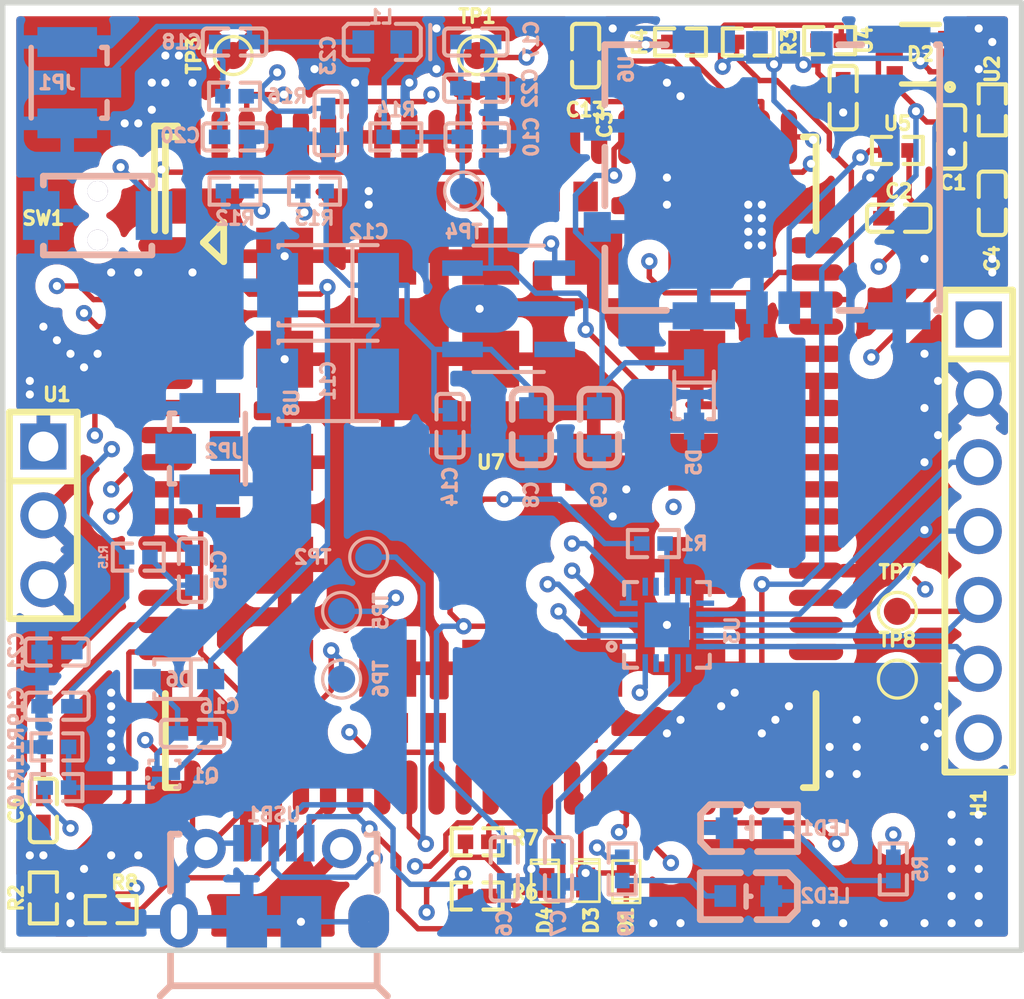
<source format=kicad_pcb>
(kicad_pcb (version 20241229) (generator "pcbnew") (generator_version "9.0")
  (layers (0 "F.Cu" signal) (4 "In1.Cu" signal) (6 "In2.Cu" signal) (2 "B.Cu" signal) (13 "F.Paste" user) (15 "B.Paste" user) (5 "F.SilkS" user "F.Silkscreen") (7 "B.SilkS" user "B.Silkscreen") (1 "F.Mask" user) (3 "B.Mask" user) (25 "Edge.Cuts" user))
  (net 0 "")
  (net 1 "SIM_RST")
  (net 2 "GND")
  (net 3 "VSIM")
  (net 4 "SIM_IO")
  (net 5 "SIM_CLK")
  (net 6 "PWRKEY")
  (net 7 "Net-(U7-VDD_EXT)")
  (net 8 "GPS_VDD")
  (net 9 "DVDD4V2")
  (net 10 "Net-(JP1-SIN)")
  (net 11 "Net-(JP2-SIN)")
  (net 12 "SIM_ANT")
  (net 13 "VDD_EXT")
  (net 14 "VCC3V3")
  (net 15 "GNSS_ANT")
  (net 16 "RST_EN")
  (net 17 "CLK_EN")
  (net 18 "DATA_EN")
  (net 19 "USB_VBUS")
  (net 20 "USB_DN")
  (net 21 "USB_DP")
  (net 22 "Net-(L1-Pad1)")
  (net 23 "Net-(LED1-A)")
  (net 24 "Net-(LED2-A)")
  (net 25 "Net-(Q1-B)")
  (net 26 "S_DP")
  (net 27 "S_DN")
  (net 28 "IO18")
  (net 29 "GPIO4")
  (net 30 "Net-(U3-OE)")
  (net 31 "GNSS_RXD")
  (net 32 "GNSS_TXD")
  (net 33 "GNSS_CTRL")
  (net 34 "S_TXD")
  (net 35 "S_RI")
  (net 36 "S_RXD")
  (net 37 "S_DTR")
  (net 38 "MDM_LOG_TX")
  (net 39 "IO10")
  (net 41 "IO9")
  (net 42 "IO11")
  (net 43 "IO3")
  (net 52 "Net-(C15-Pad1)")
  (net 53 "Net-(D6-A)")
  (net 54 "Net-(C18-Pad1)")
  (net 56 "Net-(U7-RESET)")
  (net 57 "Net-(U7-AUX_UART_RXD)")
  (net 58 "Net-(U7-AUX_UART_TXD)")
  (net 59 "Net-(U7-NETLIGHT)")
  (net 60 "Net-(U7-GPIO2)")
  (net 61 "Net-(U7-STATUS)")
  (net 62 "Net-(U8-CE)")
  (net 63 "Net-(U7-USB_BOOT)")
  (footprint "easyeda2kicad:R0402" (layer "F.Cu") (at 36.5 -31 -90)
    (property "Reference" "U2")
    (property "Value" "22R" (hide yes))
  )
  (footprint "easyeda2kicad:R0402" (layer "F.Cu") (at 27.5 -33.5 180)
    (property "Reference" "R3")
    (property "Value" "1K" (hide yes))
  )
  (footprint "easyeda2kicad:R0402" (layer "F.Cu") (at 1.5 -1.93 90)
    (property "Reference" "R2")
    (property "Value" "10R" (hide yes))
  )
  (footprint "easyeda2kicad:R0402" (layer "F.Cu") (at 25 -33.5 180)
    (property "Reference" "R4")
    (property "Value" "1K" (hide yes))
  )
  (footprint "TestPoint:TestPoint_Pad_D1.0mm" (layer "F.Cu") (at 17.5 -33)
    (property "Reference" "TP1")
    (property "Value" "TestPoint" (hide yes))
  )
  (footprint "easyeda2kicad:C0402" (layer "F.Cu") (at 31 -31.45 90)
    (property "Reference" "C3")
    (property "Value" "0.1uF/10V" (hide yes))
  )
  (footprint "easyeda2kicad:R0402" (layer "F.Cu") (at 33 -29.5)
    (property "Reference" "U5")
    (property "Value" "22R" (hide yes))
  )
  (footprint "easyeda2kicad:R0402" (layer "F.Cu") (at 4 -1.5 180)
    (property "Reference" "R8")
    (property "Value" "100R" (hide yes))
  )
  (footprint "easyeda2kicad:C0402" (layer "F.Cu") (at 1.5 -5.1557 90)
    (property "Reference" "C5")
    (property "Value" "2.2uF/25V" (hide yes))
  )
  (footprint "easyeda2kicad:LGA-124_L24.0-W24.0-P1.0-A7670C-LASS" (layer "F.Cu") (at 18 -18)
    (property "Reference" "U7")
    (property "Value" "~")
  )
  (footprint "easyeda2kicad:X1-DFN1006-2_L1.0-W0.6-RD" (layer "F.Cu") (at 20 -2.4811 -90)
    (property "Reference" "D4")
    (property "Value" "ULC0511CDN" (hide yes))
  )
  (footprint "easyeda2kicad:HDR-TH_3P-P2.54-V-M" (layer "F.Cu") (at 1.5 -16.04 -90)
    (property "Reference" "U1")
    (property "Value" "1L/3P" (hide yes))
  )
  (footprint "easyeda2kicad:R0402" (layer "F.Cu") (at 30.5 -33.55 180)
    (property "Reference" "U4")
    (property "Value" "22R" (hide yes))
  )
  (footprint "easyeda2kicad:R0402" (layer "F.Cu") (at 17.5 -2 180)
    (property "Reference" "R6")
    (property "Value" "10R" (hide yes))
  )
  (footprint "TestPoint:TestPoint_Pad_D1.0mm" (layer "F.Cu") (at 33 -10)
    (property "Reference" "TP8")
    (property "Value" "TestPoint" (hide yes))
  )
  (footprint "easyeda2kicad:C0402" (layer "F.Cu") (at 36.5 -27.55 90)
    (property "Reference" "C4")
    (property "Value" "0.1uF/10V" (hide yes))
  )
  (footprint "easyeda2kicad:R0402" (layer "F.Cu") (at 17.5 -4 180)
    (property "Reference" "R7")
    (property "Value" "10R" (hide yes))
  )
  (footprint "TestPoint:TestPoint_Pad_D1.0mm" (layer "F.Cu") (at 33 -12.5)
    (property "Reference" "TP7")
    (property "Value" "TestPoint" (hide yes))
  )
  (footprint "TestPoint:TestPoint_Pad_D1.0mm" (layer "F.Cu") (at 8.5 -33 90)
    (property "Reference" "TP3")
    (property "Value" "TestPoint" (hide yes))
  )
  (footprint "easyeda2kicad:HDR-TH_7P-P2.54-V-M" (layer "F.Cu") (at 36 -15.46 -90)
    (property "Reference" "H1")
    (property "Value" "1L/7P" (hide yes))
  )
  (footprint "easyeda2kicad:C0402" (layer "F.Cu") (at 35 -30 90)
    (property "Reference" "C1")
    (property "Value" "0.1uF/10V" (hide yes))
  )
  (footprint "easyeda2kicad:SC-70-6_L2.2-W1.3-P0.65-LS2.1-BR" (layer "F.Cu") (at 33.8514 -33.05)
    (property "Reference" "D2")
    (property "Value" "SMF05C.TCT" (hide yes))
  )
  (footprint "easyeda2kicad:C0402" (layer "F.Cu") (at 21.5 -33 90)
    (property "Reference" "C13")
    (property "Value" "0.1uF/10V" (hide yes))
  )
  (footprint "easyeda2kicad:X1-DFN1006-2_L1.0-W0.6-RD" (layer "F.Cu") (at 23 -2.5978 90)
    (property "Reference" "D1")
    (property "Value" "ULC0511CDN" (hide yes))
  )
  (footprint "easyeda2kicad:C0402" (layer "F.Cu") (at 33.05 -27)
    (property "Reference" "C2")
    (property "Value" "0.1uF/10V" (hide yes))
  )
  (footprint "easyeda2kicad:X1-DFN1006-2_L1.0-W0.6-RD" (layer "F.Cu") (at 21.5 -2.5 -90)
    (property "Reference" "D3")
    (property "Value" "ULC0511CDN" (hide yes))
  )
  (footprint "easyeda2kicad:QFN-20_L3.0-W3.0-P0.40-BL-EP1.7" (layer "B.Cu") (at 24.5 -12 90)
    (property "Reference" "U3")
    (property "Value" "RS0108YTQC20" (hide yes))
  )
  (footprint "easyeda2kicad:R0402" (layer "B.Cu") (at 22.85 -3 -90)
    (property "Reference" "R9")
    (property "Value" "390R" (hide yes))
  )
  (footprint "easyeda2kicad:R0402" (layer "B.Cu") (at 32.85 -3 90)
    (property "Reference" "R5")
    (property "Value" "390R" (hide yes))
  )
  (footprint "easyeda2kicad:C0402" (layer "B.Cu") (at 12 -30.5 90)
    (property "Reference" "C23")
    (property "Value" "0.1uF/10V" (hide yes))
  )
  (footprint "easyeda2kicad:C0402" (layer "B.Cu") (at 17.5 -30)
    (property "Reference" "C10")
    (property "Value" "0.1uF/10V" (hide yes))
  )
  (footprint "easyeda2kicad:R0402" (layer "B.Cu") (at 2 -6)
    (property "Reference" "R10")
    (property "Value" "4.7K" (hide yes))
  )
  (footprint "easyeda2kicad:C0402" (layer "B.Cu") (at 2 -11)
    (property "Reference" "C21")
    (property "Value" "0.1uF/10V" (hide yes))
  )
  (footprint "easyeda2kicad:C0402" (layer "B.Cu") (at 2 -9)
    (property "Reference" "C19")
    (property "Value" "0.1uF/10V" (hide yes))
  )
  (footprint "easyeda2kicad:DFN-3L_L0.8-W0.6-P0.35-BR" (layer "B.Cu") (at 6 -6.5 180)
    (property "Reference" "Q1")
    (property "Value" "MMBT3904FA-7B" (hide yes))
  )
  (footprint "easyeda2kicad:C0402" (layer "B.Cu") (at 7 -8)
    (property "Reference" "C16")
    (property "Value" "0.1uF/10V" (hide yes))
  )
  (footprint "easyeda2kicad:C0402" (layer "B.Cu") (at 17.45 -33.5)
    (property "Reference" "C17")
    (property "Value" "100nF/16V" (hide yes))
  )
  (footprint "easyeda2kicad:C0402" (layer "B.Cu") (at 17.4484 -31.7961 180)
    (property "Reference" "C22")
    (property "Value" "100nF/16V" (hide yes))
  )
  (footprint "easyeda2kicad:SOT-89-5_L4.5-W2.5-P1.50-LS4.5-BR" (layer "B.Cu") (at 18.66 -23.66)
    (property "Reference" "U8")
    (property "Value" "ME6217C33P5G" (hide yes))
  )
  (footprint "easyeda2kicad:CASE-B_3528" (layer "B.Cu") (at 12 -21 180)
    (property "Reference" "C11")
    (property "Value" "220uF/6.3V" (hide yes))
  )
  (footprint "easyeda2kicad:SIM-SMD_HANBO_SNO-1430" (layer "B.Cu") (at 27.5 -28.5 -90)
    (property "Reference" "U6")
    (property "Value" "SNO-1430")
  )
  (footprint "easyeda2kicad:R0402" (layer "B.Cu") (at 5 -14.5 180)
    (property "Reference" "R15")
    (property "Value" "0R" (hide yes))
  )
  (footprint "easyeda2kicad:C0402" (layer "B.Cu") (at 8.55 -30 180)
    (property "Reference" "C20")
    (property "Value" "0.1uF/10V" (hide yes))
  )
  (footprint "easyeda2kicad:CASE-B_3528" (layer "B.Cu") (at 12 -24.5284 180)
    (property "Reference" "C12")
    (property "Value" "220uF/6.3V" (hide yes))
  )
  (footprint "easyeda2kicad:ANT-SMD_UFL-R-SMT-1-10" (layer "B.Cu") (at 3 -32 180)
    (property "Reference" "JP1")
    (property "Value" "U.FL-R-SMT-1(10)" (hide yes))
  )
  (footprint "TestPoint:TestPoint_Pad_D1.0mm" (layer "B.Cu") (at 17 -28)
    (property "Reference" "TP4")
    (property "Value" "TestPoint" (hide yes))
  )
  (footprint "easyeda2kicad:R0402" (layer "B.Cu") (at 8.55 -31.5)
    (property "Reference" "R16")
    (property "Value" "0R" (hide yes))
  )
  (footprint "easyeda2kicad:C0402" (layer "B.Cu") (at 8.55 -33.5)
    (property "Reference" "C18")
    (property "Value" "100pF/50V" (hide yes))
  )
  (footprint "easyeda2kicad:SOD-323_L1.8-W1.3-LS2.5-RD" (layer "B.Cu") (at 6.5 -10 180)
    (property "Reference" "D6")
    (property "Value" "PESDHC3D3V3U" (hide yes))
  )
  (footprint "easyeda2kicad:C0402" (layer "B.Cu") (at 16.5 -19.35 90)
    (property "Reference" "C14")
    (property "Value" "100nF/16V" (hide yes))
  )
  (footprint "easyeda2kicad:R0402" (layer "B.Cu") (at 24 -15)
    (property "Reference" "R1")
    (property "Value" "10K" (hide yes))
  )
  (footprint "easyeda2kicad:C0402" (layer "B.Cu") (at 6.9978 -14.0169 90)
    (property "Reference" "C15")
    (property "Value" "100pF/50V" (hide yes))
  )
  (footprint "easyeda2kicad:LED0603-R-RD_RED" (layer "B.Cu") (at 27.55 -4.5)
    (property "Reference" "LED1")
    (property "Value" "RED" (hide yes))
  )
  (footprint "easyeda2kicad:C0603" (layer "B.Cu") (at 22 -19.3 90)
    (property "Reference" "C9")
    (property "Value" "0.1uF/100V" (hide yes))
  )
  (footprint "TestPoint:TestPoint_Pad_D1.0mm" (layer "B.Cu") (at 13.5 -14.5 180)
    (property "Reference" "TP2")
    (property "Value" "TestPoint" (hide yes))
  )
  (footprint "easyeda2kicad:SOD-323_L1.8-W1.3-LS2.5-RD" (layer "B.Cu") (at 25.5 -20.5 -90)
    (property "Reference" "D5")
    (property "Value" "PESDHC3D3V3U" (hide yes))
  )
  (footprint "easyeda2kicad:IND-SMD_L1.6-W0.8-RD" (layer "B.Cu") (at 14 -33.5 180)
    (property "Reference" "L1")
    (property "Value" "47nH/1.2GHz" (hide yes))
  )
  (footprint "easyeda2kicad:C0603" (layer "B.Cu") (at 19.5 -19.3 90)
    (property "Reference" "C8")
    (property "Value" "0.1uF/100V" (hide yes))
  )
  (footprint "easyeda2kicad:LED0603-R-RD_RED" (layer "B.Cu") (at 27.5 -2 180)
    (property "Reference" "LED2")
    (property "Value" "RED" (hide yes))
  )
  (footprint "easyeda2kicad:R0402" (layer "B.Cu") (at 11.5 -28 180)
    (property "Reference" "R13")
    (property "Value" "10K" (hide yes))
  )
  (footprint "easyeda2kicad:KEY-SMD_L4.0-W2.9-LS4.8" (layer "B.Cu") (at 3.5 -27.1)
    (property "Reference" "SW1")
    (property "Value" "TS-KG88C-ACT25F" (hide yes))
  )
  (footprint "TestPoint:TestPoint_Pad_D1.0mm" (layer "B.Cu") (at 12.5 -10 90)
    (property "Reference" "TP6")
    (property "Value" "TestPoint" (hide yes))
  )
  (footprint "easyeda2kicad:R0402" (layer "B.Cu") (at 2 -7.5)
    (property "Reference" "R11")
    (property "Value" "47K" (hide yes))
  )
  (footprint "easyeda2kicad:C0402" (layer "B.Cu") (at 20.5 -3 90)
    (property "Reference" "C7")
    (property "Value" "100nF/16V" (hide yes))
  )
  (footprint "easyeda2kicad:R0402" (layer "B.Cu") (at 8.57 -28)
    (property "Reference" "R12")
    (property "Value" "10K" (hide yes))
  )
  (footprint "easyeda2kicad:ANT-SMD_UFL-R-SMT-1-10" (layer "B.Cu") (at 7 -18.5)
    (property "Reference" "JP2")
    (property "Value" "U.FL-R-SMT-1(10)" (hide yes))
  )
  (footprint "easyeda2kicad:MICRO-USB-SMD_1050171001" (layer "B.Cu") (at 10 -2.5 180)
    (property "Reference" "USB1")
    (property "Value" "1050171001" (hide yes))
  )
  (footprint "easyeda2kicad:R0402" (layer "B.Cu") (at 14.5 -30 180)
    (property "Reference" "R14")
    (property "Value" "10R" (hide yes))
  )
  (footprint "TestPoint:TestPoint_Pad_D1.0mm" (layer "B.Cu") (at 12.5 -12.5 90)
    (property "Reference" "TP5")
    (property "Value" "TestPoint" (hide yes))
  )
  (footprint "easyeda2kicad:C0402" (layer "B.Cu") (at 18.5 -3 -90)
    (property "Reference" "C6")
    (property "Value" "100nF/16V" (hide yes))
  )
  (gr_rect (start 0 -34.949272) (end 37.57948 0) (stroke (width 0.2)) (fill no) (layer "Edge.Cuts"))
  (segment (start 33.6 -26.4283) (end 33.521 -26.4283) (width 0.2) (layer "F.Cu") (net 1))
  (segment (start 33.6 -27) (end 33.6 -26.4283) (width 0.2) (layer "F.Cu") (net 1))
  (segment (start 33.43 -27.7417) (end 33.43 -29.5) (width 0.2) (layer "F.Cu") (net 1))
  (segment (start 25 -6) (end 25 -4.6983) (width 0.2) (layer "F.Cu") (net 1))
  (segment (start 33.6 -27) (end 33.6 -27.5717) (width 0.2) (layer "F.Cu") (net 1))
  (segment (start 29.9785 -4.6983) (end 30.749 -3.9278) (width 0.2) (layer "F.Cu") (net 1))
  (segment (start 33.6 -27.5717) (end 33.43 -27.7417) (width 0.2) (layer "F.Cu") (net 1))
  (segment (start 33.521 -26.4283) (end 32.3091 -25.2164) (width 0.2) (layer "F.Cu") (net 1))
  (segment (start 25 -4.6983) (end 29.9785 -4.6983) (width 0.2) (layer "F.Cu") (net 1))
  (via (at 32.3091 -25.2164) (size 0.6) (drill 0.3) (layers "F.Cu" "B.Cu") (net 1))
  (via (at 30.749 -3.9278) (size 0.6) (drill 0.3) (layers "F.Cu" "B.Cu") (net 1))
  (segment (start 27 -6) (end 27 -6.7) (width 0.2) (layer "F.Cu") (net 2))
  (segment (start 22.6035 -32.3965) (end 24 -31) (width 0.2) (layer "F.Cu") (net 2))
  (segment (start 21.3215 -3.0285) (end 21.3215 -5.6785) (width 0.2) (layer "F.Cu") (net 2))
  (segment (start 21.5 -2.85) (end 22.9022 -2.85) (width 0.2) (layer "F.Cu") (net 2))
  (segment (start 7 -4.25) (end 7 -6) (width 0.2) (layer "F.Cu") (net 2))
  (segment (start 29 -6.7) (end 29 -6) (width 0.2) (layer "F.Cu") (net 2))
  (segment (start 27 -6.7) (end 27.8 -7.5) (width 0.2) (layer "F.Cu") (net 2))
  (segment (start 7.5 -3.75) (end 7 -4.25) (width 0.2) (layer "F.Cu") (net 2))
  (segment (start 20 -30) (end 20 -30.95) (width 0.2) (layer "F.Cu") (net 2))
  (segment (start 20 -30.95) (end 21.5 -32.45) (width 0.2) (layer "F.Cu") (net 2))
  (segment (start 36.05 -33.05) (end 36.5 -33.5) (width 0.2) (layer "F.Cu") (net 2))
  (segment (start 21.5535 -32.3965) (end 22.6035 -32.3965) (width 0.2) (layer "F.Cu") (net 2))
  (segment (start 21.3215 -5.6785) (end 21 -6) (width 0.2) (layer "F.Cu") (net 2))
  (segment (start 9 -5.25) (end 9 -6) (width 0.2) (layer "F.Cu") (net 2))
  (segment (start 21.5 -32.45) (end 21.5535 -32.3965) (width 0.2) (layer "F.Cu") (net 2))
  (segment (start 34.8014 -33.05) (end 36.05 -33.05) (width 0.2) (layer "F.Cu") (net 2))
  (segment (start 24 -31) (end 24 -30) (width 0.2) (layer "F.Cu") (net 2))
  (segment (start 27.8 -7.5) (end 28.2 -7.5) (width 0.2) (layer "F.Cu") (net 2))
  (segment (start 7.5 -3.75) (end 9 -5.25) (width 0.2) (layer "F.Cu") (net 2))
  (segment (start 21.5 -2.85) (end 21.3215 -3.0285) (width 0.2) (layer "F.Cu") (net 2))
  (segment (start 28.2 -7.5) (end 29 -6.7) (width 0.2) (layer "F.Cu") (net 2))
  (segment (start 22.9022 -2.85) (end 23 -2.9478) (width 0.2) (layer "F.Cu") (net 2))
  (via (at 34 -20) (size 0.6) (drill 0.3) (layers "F.Cu" "B.Cu") (net 2))
  (via (at 22.5 -34) (size 0.6) (drill 0.3) (layers "F.Cu" "B.Cu") (net 2))
  (via (at 1.5 -23) (size 0.6) (drill 0.3) (layers "F.Cu" "B.Cu") (net 2))
  (via (at 27.5 -27) (size 0.6) (drill 0.3) (layers "F.Cu" "B.Cu") (net 2))
  (via (at 24 -1) (size 0.6) (drill 0.3) (layers "F.Cu" "B.Cu") (net 2))
  (via (at 15 -32) (size 0.6) (drill 0.3) (layers "F.Cu" "B.Cu") (net 2))
  (via (at 36 -1) (size 0.6) (drill 0.3) (layers "F.Cu" "B.Cu") (net 2))
  (via (at 32.5 -1) (size 0.6) (drill 0.3) (layers "F.Cu" "B.Cu") (net 2))
  (via (at 16 -32.5) (size 0.6) (drill 0.3) (layers "F.Cu" "B.Cu") (net 2))
  (via (at 35 -2) (size 0.6) (drill 0.3) (layers "F.Cu" "B.Cu") (net 2))
  (via (at 6.5 -33) (size 0.6) (drill 0.3) (layers "F.Cu" "B.Cu") (net 2))
  (via (at 36.5 -33.5) (size 0.6) (drill 0.3) (layers "F.Cu" "B.Cu") (net 2))
  (via (at 36.5 -25.5) (size 0.6) (drill 0.3) (layers "F.Cu" "B.Cu") (net 2))
  (via (at 5.5 -31) (size 0.6) (drill 0.3) (layers "F.Cu" "B.Cu") (net 2))
  (via (at 36 -32.5) (size 0.6) (drill 0.3) (layers "F.Cu" "B.Cu") (net 2))
  (via (at 25 -8.5) (size 0.6) (drill 0.3) (layers "F.Cu" "B.Cu") (net 2))
  (via (at 30.5 -7.5) (size 0.6) (drill 0.3) (layers "F.Cu" "B.Cu") (net 2))
  (via (at 34 -22) (size 0.6) (drill 0.3) (layers "F.Cu" "B.Cu") (net 2))
  (via (at 4 -8) (size 0.6) (drill 0.3) (layers "F.Cu" "B.Cu") (net 2))
  (via (at 34 -1) (size 0.6) (drill 0.3) (layers "F.Cu" "B.Cu") (net 2))
  (via (at 4 -9.5) (size 0.6) (drill 0.3) (layers "F.Cu" "B.Cu") (net 2))
  (via (at 24.5 -27.5) (size 0.6) (drill 0.3) (layers "F.Cu" "B.Cu") (net 2))
  (via (at 11 -1.05) (size 0.6) (drill 0.3) (layers "F.Cu" "B.Cu") (net 2))
  (via (at 35 -5) (size 0.6) (drill 0.3) (layers "F.Cu" "B.Cu") (net 2))
  (via (at 31.5 -8.5) (size 0.6) (drill 0.3) (layers "F.Cu" "B.Cu") (net 2))
  (via (at 5 -30.5) (size 0.6) (drill 0.3) (layers "F.Cu" "B.Cu") (net 2))
  (via (at 4 -7.5) (size 0.6) (drill 0.3) (layers "F.Cu" "B.Cu") (net 2))
  (via (at 24.5 -32) (size 0.6) (drill 0.3) (layers "F.Cu" "B.Cu") (net 2))
  (via (at 2 -22.5) (size 0.6) (drill 0.3) (layers "F.Cu" "B.Cu") (net 2))
  (via (at 4 -9) (size 0.6) (drill 0.3) (layers "F.Cu" "B.Cu") (net 2))
  (via (at 28.5 -8.5) (size 0.6) (drill 0.3) (layers "F.Cu" "B.Cu") (net 2))
  (via (at 5 -25) (size 0.6) (drill 0.3) (layers "F.Cu" "B.Cu") (net 2))
  (via (at 3 -21.5) (size 0.6) (drill 0.3) (layers "F.Cu" "B.Cu") (net 2))
  (via (at 7 -32) (size 0.6) (drill 0.3) (layers "F.Cu" "B.Cu") (net 2))
  (via (at 36 -2) (size 0.6) (drill 0.3) (layers "F.Cu" "B.Cu") (net 2))
  (via (at 28 -27) (size 0.6) (drill 0.3) (layers "F.Cu" "B.Cu") (net 2))
  (via (at 28 -8) (size 0.6) (drill 0.3) (layers "F.Cu" "B.Cu") (net 2))
  (via (at 3.5 -22) (size 0.6) (drill 0.3) (layers "F.Cu" "B.Cu") (net 2))
  (via (at 3 -3) (size 0.6) (drill 0.3) (layers "F.Cu" "B.Cu") (net 2))
  (via (at 7 -25) (size 0.6) (drill 0.3) (layers "F.Cu" "B.Cu") (net 2))
  (via (at 1 -21) (size 0.6) (drill 0.3) (layers "F.Cu" "B.Cu") (net 2))
  (via (at 25 -31.5) (size 0.6) (drill 0.3) (layers "F.Cu" "B.Cu") (net 2))
  (via (at 17.59 -23.66) (size 0.6) (drill 0.3) (layers "F.Cu" "B.Cu") (net 2))
  (via (at 28 -26) (size 0.6) (drill 0.3) (layers "F.Cu" "B.Cu") (net 2))
  (via (at 27.5 -26) (size 0.6) (drill 0.3) (layers "F.Cu" "B.Cu") (net 2))
  (via (at 2.5 -2) (size 0.6) (drill 0.3) (layers "F.Cu" "B.Cu") (net 2))
  (via (at 31 -30.9) (size 0.6) (drill 0.3) (layers "F.Cu" "B.Cu") (net 2))
  (via (at 34 -7.5) (size 0.6) (drill 0.3) (layers "F.Cu" "B.Cu") (net 2))
  (via (at 28 -26.5) (size 0.6) (drill 0.3) (layers "F.Cu" "B.Cu") (net 2))
  (via (at 34.5 -8) (size 0.6) (drill 0.3) (layers "F.Cu" "B.Cu") (net 2))
  (via (at 34.5 -19) (size 0.6) (drill 0.3) (layers "F.Cu" "B.Cu") (net 2))
  (via (at 31 -1) (size 0.6) (drill 0.3) (layers "F.Cu" "B.Cu") (net 2))
  (via (at 35 -3) (size 0.6) (drill 0.3) (layers "F.Cu" "B.Cu") (net 2))
  (via (at 29 -9) (size 0.6) (drill 0.3) (layers "F.Cu" "B.Cu") (net 2))
  (via (at 32 -28.5) (size 0.6) (drill 0.3) (layers "F.Cu" "B.Cu") (net 2))
  (via (at 4 -8.5) (size 0.6) (drill 0.3) (layers "F.Cu" "B.Cu") (net 2))
  (via (at 24.5 -12) (size 0.6) (drill 0.3) (layers "F.Cu" "B.Cu") (net 2))
  (via (at 36 -34) (size 0.6) (drill 0.3) (layers "F.Cu" "B.Cu") (net 2))
  (via (at 6 -33) (size 0.6) (drill 0.3) (layers "F.Cu" "B.Cu") (net 2))
  (via (at 16 -34) (size 0.6) (drill 0.3) (layers "F.Cu" "B.Cu") (net 2))
  (via (at 36 -5) (size 0.6) (drill 0.3) (layers "F.Cu" "B.Cu") (net 2))
  (via (at 31.5 -6.5) (size 0.6) (drill 0.3) (layers "F.Cu" "B.Cu") (net 2))
  (via (at 2.5 -1) (size 0.6) (drill 0.3) (layers "F.Cu" "B.Cu") (net 2))
  (via (at 24.5 -28.5) (size 0.6) (drill 0.3) (layers "F.Cu" "B.Cu") (net 2))
  (via (at 34.5 -21) (size 0.6) (drill 0.3) (layers "F.Cu" "B.Cu") (net 2))
  (via (at 1.5 -3.5) (size 0.6) (drill 0.3) (layers "F.Cu" "B.Cu") (net 2))
  (via (at 25 -1) (size 0.6) (drill 0.3) (layers "F.Cu" "B.Cu") (net 2))
  (via (at 31.5 -7.5) (size 0.6) (drill 0.3) (layers "F.Cu" "B.Cu") (net 2))
  (via (at 22.5 -16) (size 0.6) (drill 0.3) (layers "F.Cu" "B.Cu") (net 2))
  (via (at 30.5 -6.5) (size 0.6) (drill 0.3) (layers "F.Cu" "B.Cu") (net 2))
  (via (at 28 -27.5) (size 0.6) (drill 0.3) (layers "F.Cu" "B.Cu") (net 2))
  (via (at 11.5 -32.5) (size 0.6) (drill 0.3) (layers "F.Cu" "B.Cu") (net 2))
  (via (at 13.5 -28) (size 0.6) (drill 0.3) (layers "F.Cu" "B.Cu") (net 2))
  (via (at 4 -7) (size 0.6) (drill 0.3) (layers "F.Cu" "B.Cu") (net 2))
  (via (at 27 -9.5) (size 0.6) (drill 0.3) (layers "F.Cu" "B.Cu") (net 2))
  (via (at 35 -1) (size 0.6) (drill 0.3) (layers "F.Cu" "B.Cu") (net 2))
  (via (at 34 -25.5) (size 0.6) (drill 0.3) (layers "F.Cu" "B.Cu") (net 2))
  (via (at 24.5 -8) (size 0.6) (drill 0.3) (layers "F.Cu" "B.Cu") (net 2))
  (via (at 13.5 -27.5) (size 0.6) (drill 0.3) (layers "F.Cu" "B.Cu") (net 2))
  (via (at 6 -32) (size 0.6) (drill 0.3) (layers "F.Cu" "B.Cu") (net 2))
  (via (at 2.5 -22) (size 0.6) (drill 0.3) (layers "F.Cu" "B.Cu") (net 2))
  (via (at 4 -25) (size 0.6) (drill 0.3) (layers "F.Cu" "B.Cu") (net 2))
  (via (at 23 -17) (size 0.6) (drill 0.3) (layers "F.Cu" "B.Cu") (net 2))
  (via (at 34 -8.5) (size 0.6) (drill 0.3) (layers "F.Cu" "B.Cu") (net 2))
  (via (at 10.4 -25.6) (size 0.6) (drill 0.3) (layers "F.Cu" "B.Cu") (net 2))
  (via (at 36 -4) (size 0.6) (drill 0.3) (layers "F.Cu" "B.Cu") (net 2))
  (via (at 21.5 -2.85) (size 0.6) (drill 0.3) (layers "F.Cu" "B.Cu") (net 2))
  (via (at 34.5 -9) (size 0.6) (drill 0.3) (layers "F.Cu" "B.Cu") (net 2))
  (via (at 35 -4) (size 0.6) (drill 0.3) (layers "F.Cu" "B.Cu") (net 2))
  (via (at 26.5 -9) (size 0.6) (drill 0.3) (layers "F.Cu" "B.Cu") (net 2))
  (via (at 36.5 -25) (size 0.6) (drill 0.3) (layers "F.Cu" "B.Cu") (net 2))
  (via (at 4 -3.5) (size 0.6) (drill 0.3) (layers "F.Cu" "B.Cu") (net 2))
  (via (at 27.5 -26.5) (size 0.6) (drill 0.3) (layers "F.Cu" "B.Cu") (net 2))
  (via (at 10.4 -21.8) (size 0.6) (drill 0.3) (layers "F.Cu" "B.Cu") (net 2))
  (via (at 34 -18) (size 0.6) (drill 0.3) (layers "F.Cu" "B.Cu") (net 2))
  (via (at 5 -3.5) (size 0.6) (drill 0.3) (layers "F.Cu" "B.Cu") (net 2))
  (via (at 1 -3.5) (size 0.6) (drill 0.3) (layers "F.Cu" "B.Cu") (net 2))
  (via (at 13 -32) (size 0.6) (drill 0.3) (layers "F.Cu" "B.Cu") (net 2))
  (via (at 30 -1) (size 0.6) (drill 0.3) (layers "F.Cu" "B.Cu") (net 2))
  (via (at 5.5 -32) (size 0.6) (drill 0.3) (layers "F.Cu" "B.Cu") (net 2))
  (via (at 36 -3) (size 0.6) (drill 0.3) (layers "F.Cu" "B.Cu") (net 2))
  (via (at 35 -29.45) (size 0.6) (drill 0.3) (layers "F.Cu" "B.Cu") (net 2))
  (via (at 34 -15.5) (size 0.6) (drill 0.3) (layers "F.Cu" "B.Cu") (net 2))
  (via (at 1 -20.5) (size 0.6) (drill 0.3) (layers "F.Cu" "B.Cu") (net 2))
  (via (at 27.5 -27.5) (size 0.6) (drill 0.3) (layers "F.Cu" "B.Cu") (net 2))
  (via (at 19.5 -3) (size 0.6) (drill 0.3) (layers "F.Cu" "B.Cu") (net 2))
  (via (at 4.5 -30.5) (size 0.6) (drill 0.3) (layers "F.Cu" "B.Cu") (net 2))
  (segment (start 20.5 -2.45) (end 20.05 -2.45) (width 0.2) (layer "B.Cu") (net 2))
  (segment (start 8.7 -3.95) (end 7.7 -3.95) (width 0.2) (layer "B.Cu") (net 2))
  (segment (start 25.46 -34) (end 22.5 -34) (width 0.2) (layer "B.Cu") (net 2))
  (segment (start 20.05 -2.45) (end 19.5 -3) (width 0.2) (layer "B.Cu") (net 2))
  (segment (start 24.9 -13.41) (end 24.9 -12.4) (width 0.2) (layer "B.Cu") (net 2))
  (segment (start 13.5 -1.05) (end 11 -1.05) (width 0.2) (layer "B.Cu") (net 2))
  (segment (start 25.86 -33.6) (end 25.46 -34) (width 0.2) (layer "B.Cu") (net 2))
  (segment (start 24.9 -12.4) (end 24.5 -12) (width 0.2) (layer "B.Cu") (net 2))
  (segment (start 7.7 -3.95) (end 7.5 -3.75) (width 0.2) (layer "B.Cu") (net 2))
  (segment (start 32.9014 -31.8883) (end 32.9014 -32.4) (width 0.2) (layer "F.Cu") (net 3))
  (segment (start 33.6857 -30.9456) (end 33.6857 -31.104) (width 0.2) (layer "F.Cu") (net 3))
  (segment (start 33.6857 -31.104) (end 32.9014 -31.8883) (width 0.2) (layer "F.Cu") (net 3))
  (segment (start 34.0813 -30.55) (end 33.6857 -30.9456) (width 0.2) (layer "F.Cu") (net 3))
  (segment (start 28 -9.5) (end 25.8017 -7.3017) (width 0.2) (layer "F.Cu") (net 3))
  (segment (start 22 -7.3017) (end 22 -6) (width 0.2) (layer "F.Cu") (net 3))
  (segment (start 25.8017 -7.3017) (end 22 -7.3017) (width 0.2) (layer "F.Cu") (net 3))
  (segment (start 35 -30.55) (end 34.0813 -30.55) (width 0.2) (layer "F.Cu") (net 3))
  (segment (start 28 -13.5) (end 28 -9.5) (width 0.2) (layer "F.Cu") (net 3))
  (via (at 28 -13.5) (size 0.6) (drill 0.3) (layers "F.Cu" "B.Cu") (net 3))
  (via (at 33.6857 -30.9456) (size 0.6) (drill 0.3) (layers "F.Cu" "B.Cu") (net 3))
  (segment (start 30.21 -24.2) (end 30.21 -25.1017) (width 0.2) (layer "B.Cu") (net 3))
  (segment (start 33.6857 -28.5774) (end 33.6857 -30.9456) (width 0.2) (layer "B.Cu") (net 3))
  (segment (start 28 -13.5) (end 29.5 -13.5) (width 0.2) (layer "B.Cu") (net 3))
  (segment (start 30.21 -25.1017) (end 33.6857 -28.5774) (width 0.2) (layer "B.Cu") (net 3))
  (segment (start 29.5 -13.5) (end 30.21 -14.21) (width 0.2) (layer "B.Cu") (net 3))
  (segment (start 30.21 -14.21) (end 30.21 -24.2) (width 0.2) (layer "B.Cu") (net 3))
  (segment (start 30.4283 -32) (end 31 -32) (width 0.2) (layer "F.Cu") (net 4))
  (segment (start 22.7306 -4.3575) (end 23 -4.6269) (width 0.2) (layer "F.Cu") (net 4))
  (segment (start 30.07 -32.6606) (end 29.536 -32.6606) (width 0.2) (layer "F.Cu") (net 4))
  (segment (start 30.07 -32.3583) (end 30.4283 -32) (width 0.2) (layer "F.Cu") (net 4))
  (segment (start 30.07 -33.55) (end 30.07 -32.6606) (width 0.2) (layer "F.Cu") (net 4))
  (segment (start 23 -4.6269) (end 23 -6) (width 0.2) (layer "F.Cu") (net 4))
  (segment (start 30.07 -32.6606) (end 30.07 -32.3583) (width 0.2) (layer "F.Cu") (net 4))
  (via (at 29.536 -32.6606) (size 0.6) (drill 0.3) (layers "F.Cu" "B.Cu") (net 4))
  (via (at 22.7306 -4.3575) (size 0.6) (drill 0.3) (layers "F.Cu" "B.Cu") (net 4))
  (segment (start 24 -3.8674) (end 24 -6) (width 0.2) (layer "F.Cu") (net 5))
  (segment (start 36.5 -28.1) (end 35.5 -28.1) (width 0.2) (layer "F.Cu") (net 5))
  (segment (start 35.5 -25.3303) (end 32.0387 -21.869) (width 0.2) (layer "F.Cu") (net 5))
  (segment (start 35.5 -28.1) (end 35.5 -25.3303) (width 0.2) (layer "F.Cu") (net 5))
  (segment (start 24.6459 -3.2215) (end 24 -3.8674) (width 0.2) (layer "F.Cu") (net 5))
  (segment (start 36.5 -30.57) (end 36.5 -28.1) (width 0.2) (layer "F.Cu") (net 5))
  (via (at 24.6459 -3.2215) (size 0.6) (drill 0.3) (layers "F.Cu" "B.Cu") (net 5))
  (via (at 32.0387 -21.869) (size 0.6) (drill 0.3) (layers "F.Cu" "B.Cu") (net 5))
  (segment (start 11.718 -24.2013) (end 9.1004 -24.2013) (width 0.2) (layer "F.Cu") (net 6))
  (segment (start 9.1004 -24.2013) (end 7.3017 -26) (width 0.2) (layer "F.Cu") (net 6))
  (segment (start 11.9783 -24.4616) (end 11.718 -24.2013) (width 0.2) (layer "F.Cu") (net 6))
  (segment (start 7.3017 -26) (end 6 -26) (width 0.2) (layer "F.Cu") (net 6))
  (via (at 11.9783 -24.4616) (size 0.6) (drill 0.3) (layers "F.Cu" "B.Cu") (net 6))
  (segment (start 11.9783 -14.97) (end 11.9783 -24.4616) (width 0.2) (layer "B.Cu") (net 6))
  (segment (start 7.67 -10) (end 7.67 -10.6617) (width 0.2) (layer "B.Cu") (net 6))
  (segment (start 7.67 -10) (end 7.67 -8.12) (width 0.2) (layer "B.Cu") (net 6))
  (segment (start 7.55 -8) (end 7.55 -7.74) (width 0.2) (layer "B.Cu") (net 6))
  (segment (start 7.55 -7.74) (end 6.31 -6.5) (width 0.2) (layer "B.Cu") (net 6))
  (segment (start 7.67 -8.12) (end 7.55 -8) (width 0.2) (layer "B.Cu") (net 6))
  (segment (start 7.67 -10.6617) (end 11.9783 -14.97) (width 0.2) (layer "B.Cu") (net 6))
  (segment (start 4.6983 -12) (end 1.5 -8.8017) (width 0.2) (layer "F.Cu") (net 7))
  (segment (start 6 -12) (end 4.6983 -12) (width 0.2) (layer "F.Cu") (net 7))
  (segment (start 1.5 -8.8017) (end 1.5 -5.7057) (width 0.2) (layer "F.Cu") (net 7))
  (segment (start 27.4267 -18.7) (end 26.775 -19.3517) (width 0.2) (layer "F.Cu") (net 8))
  (segment (start 27.8 -18.7) (end 27.4267 -18.7) (width 0.2) (layer "F.Cu") (net 8))
  (segment (start 25.0426 -19.3517) (end 21.505 -22.8893) (width 0.2) (layer "F.Cu") (net 8))
  (segment (start 26.775 -19.3517) (end 25.0426 -19.3517) (width 0.2) (layer "F.Cu") (net 8))
  (via (at 21.505 -22.8893) (size 0.6) (drill 0.3) (layers "F.Cu" "B.Cu") (net 8))
  (segment (start 16.9 -32.9283) (end 16.8984 -32.9267) (width 0.2) (layer "B.Cu") (net 8))
  (segment (start 21.2511 -24.2367) (end 19.6684 -24.2367) (width 0.2) (layer "B.Cu") (net 8))
  (segment (start 18.0117 -26.9883) (end 17 -28) (width 0.2) (layer "B.Cu") (net 8))
  (segment (start 16.96 -25.16) (end 18.0117 -25.16) (width 0.2) (layer "B.Cu") (net 8))
  (segment (start 18.0117 -25.16) (end 18.0117 -26.9883) (width 0.2) (layer "B.Cu") (net 8))
  (segment (start 16.8984 -31.7961) (end 16.8984 -31.2244) (width 0.2) (layer "B.Cu") (net 8))
  (segment (start 16.8984 -31.2244) (end 16.95 -31.1728) (width 0.2) (layer "B.Cu") (net 8))
  (segment (start 19.6684 -24.2367) (end 18.7451 -25.16) (width 0.2) (layer "B.Cu") (net 8))
  (segment (start 14.93 -30) (end 16.95 -30) (width 0.2) (layer "B.Cu") (net 8))
  (segment (start 21.505 -23.9828) (end 21.2511 -24.2367) (width 0.2) (layer "B.Cu") (net 8))
  (segment (start 18.7451 -25.16) (end 18.0117 -25.16) (width 0.2) (layer "B.Cu") (net 8))
  (segment (start 16.95 -28.05) (end 16.95 -30) (width 0.2) (layer "B.Cu") (net 8))
  (segment (start 17 -28) (end 16.95 -28.05) (width 0.2) (layer "B.Cu") (net 8))
  (segment (start 16.8984 -32.9267) (end 16.8984 -31.7961) (width 0.2) (layer "B.Cu") (net 8))
  (segment (start 21.505 -22.8893) (end 21.505 -23.9828) (width 0.2) (layer "B.Cu") (net 8))
  (segment (start 16.9 -33.5) (end 16.9 -32.9283) (width 0.2) (layer "B.Cu") (net 8))
  (segment (start 16.95 -31.1728) (end 16.95 -30) (width 0.2) (layer "B.Cu") (net 8))
  (segment (start 23 -31.3017) (end 22.3017 -31.3017) (width 0.2) (layer "F.Cu") (net 9))
  (segment (start 22 -31) (end 21.5 -31.5) (width 0.2) (layer "F.Cu") (net 9))
  (segment (start 21 -31.3829) (end 21 -30) (width 0.2) (layer "F.Cu") (net 9))
  (segment (start 21.1171 -31.5) (end 21 -31.3829) (width 0.2) (layer "F.Cu") (net 9))
  (segment (start 22.4274 -28.6983) (end 22.5498 -28.5759) (width 0.2) (layer "F.Cu") (net 9))
  (segment (start 21.5 -31.5) (end 21.1171 -31.5) (width 0.2) (layer "F.Cu") (net 9))
  (segment (start 22.5498 -28.5759) (end 22.5498 -29.5498) (width 0.2) (layer "F.Cu") (net 9))
  (segment (start 22.5498 -29.5498) (end 23 -30) (width 0.2) (layer "F.Cu") (net 9))
  (segment (start 23 -30) (end 23 -31.3017) (width 0.2) (layer "F.Cu") (net 9))
  (segment (start 22 -31) (end 22 -30.6509) (width 0.2) (layer "F.Cu") (net 9))
  (segment (start 22.3017 -31.3017) (end 22 -31) (width 0.2) (layer "F.Cu") (net 9))
  (via (at 22.5498 -28.5759) (size 0.6) (drill 0.3) (layers "F.Cu" "B.Cu") (net 9))
  (segment (start 19.5 -20.7017) (end 19.5 -20) (width 0.2) (layer "B.Cu") (net 9))
  (segment (start 13.86 -24.5284) (end 14.9167 -24.5284) (width 0.2) (layer "B.Cu") (net 9))
  (segment (start 22.1067 -20.8084) (end 22.1067 -25.5266) (width 0.2) (layer "B.Cu") (net 9))
  (segment (start 16.96 -22.16) (end 18.0117 -22.16) (width 0.2) (layer "B.Cu") (net 9))
  (segment (start 22 -20) (end 22 -20.7017) (width 0.2) (layer "B.Cu") (net 9))
  (segment (start 16.5 -19.9) (end 15.9283 -19.9) (width 0.2) (layer "B.Cu") (net 9))
  (segment (start 22 -20.7017) (end 22.1067 -20.8084) (width 0.2) (layer "B.Cu") (net 9))
  (segment (start 13.86 -23.0192) (end 13.86 -24.5284) (width 0.2) (layer "B.Cu") (net 9))
  (segment (start 21.1283 -26.505) (end 21.1283 -27.855) (width 0.2) (layer "B.Cu") (net 9))
  (segment (start 12.8033 -24.5284) (end 11.93 -25.4017) (width 0.2) (layer "B.Cu") (net 9))
  (segment (start 22.1067 -25.5266) (end 21.1283 -26.505) (width 0.2) (layer "B.Cu") (net 9))
  (segment (start 13.5 -22.6592) (end 13.5 -21.9717) (width 0.2) (layer "B.Cu") (net 9))
  (segment (start 13.6284 -21.9717) (end 13.86 -21.74) (width 0.2) (layer "B.Cu") (net 9))
  (segment (start 18.0117 -22.16) (end 19.47 -20.7017) (width 0.2) (layer "B.Cu") (net 9))
  (segment (start 19.47 -20.7017) (end 19.5 -20.7017) (width 0.2) (layer "B.Cu") (net 9))
  (segment (start 13.5 -22.6592) (end 13.86 -23.0192) (width 0.2) (layer "B.Cu") (net 9))
  (segment (start 15.9283 -19.9) (end 15.9083 -19.92) (width 0.2) (layer "B.Cu") (net 9))
  (segment (start 22 -20) (end 19.5 -20) (width 0.2) (layer "B.Cu") (net 9))
  (segment (start 22.9683 -21.67) (end 25.5 -21.67) (width 0.2) (layer "B.Cu") (net 9))
  (segment (start 21.8492 -28.5759) (end 22.5498 -28.5759) (width 0.2) (layer "B.Cu") (net 9))
  (segment (start 21.1283 -27.855) (end 21.8492 -28.5759) (width 0.2) (layer "B.Cu") (net 9))
  (segment (start 14.9167 -24.5284) (end 14.9167 -23.1516) (width 0.2) (layer "B.Cu") (net 9))
  (segment (start 22.1067 -20.8084) (end 22.9683 -21.67) (width 0.2) (layer "B.Cu") (net 9))
  (segment (start 13.86 -21.74) (end 13.86 -21) (width 0.2) (layer "B.Cu") (net 9))
  (segment (start 11.93 -25.4017) (end 11.93 -28) (width 0.2) (layer "B.Cu") (net 9))
  (segment (start 13.86 -24.5284) (end 12.8033 -24.5284) (width 0.2) (layer "B.Cu") (net 9))
  (segment (start 13.86 -21) (end 13.86 -20.2483) (width 0.2) (layer "B.Cu") (net 9))
  (segment (start 16.96 -22.16) (end 15.9083 -22.16) (width 0.2) (layer "B.Cu") (net 9))
  (segment (start 14.9167 -23.1516) (end 15.9083 -22.16) (width 0.2) (layer "B.Cu") (net 9))
  (segment (start 15.9083 -19.92) (end 15.9083 -22.16) (width 0.2) (layer "B.Cu") (net 9))
  (segment (start 13.5 -21.9717) (end 13.6284 -21.9717) (width 0.2) (layer "B.Cu") (net 9))
  (segment (start 5.6917 -34.0717) (end 3.62 -32) (width 0.2) (layer "B.Cu") (net 10))
  (segment (start 9.1 -33.5) (end 13.3 -33.5) (width 0.2) (layer "B.Cu") (net 10))
  (segment (start 9.1 -34.0717) (end 5.6917 -34.0717) (width 0.2) (layer "B.Cu") (net 10))
  (segment (start 9.1 -33.5) (end 9.1 -34.0717) (width 0.2) (layer "B.Cu") (net 10))
  (segment (start 6.219 -18.339) (end 6.38 -18.5) (width 0.2) (layer "B.Cu") (net 11))
  (segment (start 6.219 -15.3457) (end 6.219 -18.339) (width 0.2) (layer "B.Cu") (net 11))
  (segment (start 6.9978 -14.5669) (end 6.219 -15.3457) (width 0.2) (layer "B.Cu") (net 11))
  (segment (start 18 -30) (end 18 -28.6983) (width 0.2) (layer "F.Cu") (net 12))
  (segment (start 18 -28.6983) (end 5.9507 -28.6983) (width 0.2) (layer "F.Cu") (net 12))
  (segment (start 5.9507 -28.6983) (end 5.8522 -28.7968) (width 0.2) (layer "F.Cu") (net 12))
  (via (at 5.8522 -28.7968) (size 0.6) (drill 0.3) (layers "F.Cu" "B.Cu") (net 12))
  (via (at 4.0215 -18.4826) (size 0.6) (drill 0.3) (layers "F.Cu" "B.Cu") (net 12))
  (segment (start 4.57 -14.5) (end 4.57 -13.02) (width 0.2) (layer "B.Cu") (net 12))
  (segment (start 3 -16.07) (end 4.57 -14.5) (width 0.2) (layer "B.Cu") (net 12))
  (segment (start 4.0215 -18.4826) (end 3 -17.4612) (width 0.2) (layer "B.Cu") (net 12))
  (segment (start 4.57 -13.02) (end 2.55 -11) (width 0.2) (layer "B.Cu") (net 12))
  (segment (start 3 -17.4612) (end 3 -16.07) (width 0.2) (layer "B.Cu") (net 12))
  (segment (start 19.3184 -32.9283) (end 17.5717 -32.9283) (width 0.2) (layer "F.Cu") (net 13))
  (segment (start 22.2525 -32.7975) (end 24.7614 -32.7975) (width 0.2) (layer "F.Cu") (net 13))
  (segment (start 24.7614 -32.7975) (end 27 -30.5589) (width 0.2) (layer "F.Cu") (net 13))
  (segment (start 17 -11.95) (end 17.05 -12) (width 0.2) (layer "F.Cu") (net 13))
  (segment (start 19.351 -11.751) (end 19.351 -8.851) (width 0.2) (layer "F.Cu") (net 13))
  (segment (start 19.9401 -33.55) (end 21.5 -33.55) (width 0.2) (layer "F.Cu") (net 13))
  (segment (start 16.5 -12.45) (end 17 -11.95) (width 0.2) (layer "F.Cu") (net 13))
  (segment (start 17.5717 -32.9283) (end 17.5 -33) (width 0.2) (layer "F.Cu") (net 13))
  (segment (start 19.152 -11.95) (end 19.351 -11.751) (width 0.2) (layer "F.Cu") (net 13))
  (segment (start 27 -30.5589) (end 27 -30) (width 0.2) (layer "F.Cu") (net 13))
  (segment (start 19.351 -8.851) (end 18.7 -8.2) (width 0.2) (layer "F.Cu") (net 13))
  (segment (start 17 -11.95) (end 19.152 -11.95) (width 0.2) (layer "F.Cu") (net 13))
  (segment (start 17.7356 -16.6376) (end 16.5 -15.402) (width 0.2) (layer "F.Cu") (net 13))
  (segment (start 21.5 -33.55) (end 22.2525 -32.7975) (width 0.2) (layer "F.Cu") (net 13))
  (segment (start 18.5 -16.6376) (end 17.7356 -16.6376) (width 0.2) (layer "F.Cu") (net 13))
  (segment (start 16.5 -15.402) (end 16.5 -12.45) (width 0.2) (layer "F.Cu") (net 13))
  (segment (start 19.3184 -32.9283) (end 19.9401 -33.55) (width 0.2) (layer "F.Cu") (net 13))
  (via (at 18.5 -16.6376) (size 0.6) (drill 0.3) (layers "F.Cu" "B.Cu") (net 13))
  (via (at 17 -11.95) (size 0.6) (drill 0.3) (layers "F.Cu" "B.Cu") (net 13))
  (via (at 23.5 -9.5) (size 0.6) (drill 0.3) (layers "F.Cu" "B.Cu") (net 13))
  (via (at 19.3184 -32.9283) (size 0.6) (drill 0.3) (layers "F.Cu" "B.Cu") (net 13))
  (segment (start 16.2214 -11.95) (end 16 -11.7287) (width 0.2) (layer "B.Cu") (net 13))
  (segment (start 17 -11.95) (end 16.2214 -11.95) (width 0.2) (layer "B.Cu") (net 13))
  (segment (start 23.7 -10.59) (end 23.7 -9.7) (width 0.2) (layer "B.Cu") (net 13))
  (segment (start 20.57 -16.6376) (end 18.5 -16.6376) (width 0.2) (layer "B.Cu") (net 13))
  (segment (start 23.7 -9.7) (end 23.5 -9.5) (width 0.2) (layer "B.Cu") (net 13))
  (segment (start 16 -6.7467) (end 18.5 -4.2467) (width 0.2) (layer "B.Cu") (net 13))
  (segment (start 23.57 -15) (end 22.2076 -15) (width 0.2) (layer "B.Cu") (net 13))
  (segment (start 16 -11.7287) (end 16 -6.7467) (width 0.2) (layer "B.Cu") (net 13))
  (segment (start 22.2076 -15) (end 20.57 -16.6376) (width 0.2) (layer "B.Cu") (net 13))
  (segment (start 18.5 -4.2467) (end 18.5 -3.55) (width 0.2) (layer "B.Cu") (net 13))
  (segment (start 24.9 -9.9) (end 20.5 -5.5) (width 0.2) (layer "B.Cu") (net 14))
  (segment (start 24.9 -10.59) (end 24.9 -9.9) (width 0.2) (layer "B.Cu") (net 14))
  (segment (start 20.5 -5.5) (end 20.5 -3.55) (width 0.2) (layer "B.Cu") (net 14))
  (segment (start 20.5 -4.262) (end 20.5 -3.55) (width 0.2) (layer "B.Cu") (net 14))
  (segment (start 8 -7.3017) (end 5.7074 -7.3017) (width 0.2) (layer "F.Cu") (net 15))
  (segment (start 5.7074 -7.3017) (end 5.2554 -7.7537) (width 0.2) (layer "F.Cu") (net 15))
  (segment (start 8 -6) (end 8 -7.3017) (width 0.2) (layer "F.Cu") (net 15))
  (via (at 5.2554 -7.7537) (size 0.6) (drill 0.3) (layers "F.Cu" "B.Cu") (net 15))
  (via (at 10.1267 -32.3774) (size 0.6) (drill 0.3) (layers "F.Cu" "B.Cu") (net 15))
  (segment (start 8.98 -31.5) (end 9.5667 -31.5) (width 0.2) (layer "B.Cu") (net 15))
  (segment (start 10.1267 -32.3774) (end 9.5667 -31.8174) (width 0.2) (layer "B.Cu") (net 15))
  (segment (start 11.4283 -31.05) (end 11.3271 -30.9488) (width 0.2) (layer "B.Cu") (net 15))
  (segment (start 9.5667 -31.8174) (end 9.5667 -31.5) (width 0.2) (layer "B.Cu") (net 15))
  (segment (start 12 -31.05) (end 11.4283 -31.05) (width 0.2) (layer "B.Cu") (net 15))
  (segment (start 10.1179 -30.9488) (end 9.5667 -31.5) (width 0.2) (layer "B.Cu") (net 15))
  (segment (start 11.3271 -30.9488) (end 10.1179 -30.9488) (width 0.2) (layer "B.Cu") (net 15))
  (segment (start 32.57 -29.5) (end 32.57 -30.0717) (width 0.2) (layer "F.Cu") (net 16))
  (segment (start 31.9833 -29.5) (end 31.7247 -29.2414) (width 0.2) (layer "F.Cu") (net 16))
  (segment (start 31.7247 -29.2414) (end 31.635 -29.2414) (width 0.2) (layer "F.Cu") (net 16))
  (segment (start 32.57 -30.0717) (end 32.2997 -30.342) (width 0.2) (layer "F.Cu") (net 16))
  (segment (start 32.2997 -30.342) (end 32.2997 -33.05) (width 0.2) (layer "F.Cu") (net 16))
  (segment (start 32.57 -29.5) (end 31.9833 -29.5) (width 0.2) (layer "F.Cu") (net 16))
  (segment (start 32.2997 -33.05) (end 32.9014 -33.05) (width 0.2) (layer "F.Cu") (net 16))
  (via (at 31.635 -29.2414) (size 0.6) (drill 0.3) (layers "F.Cu" "B.Cu") (net 16))
  (segment (start 29.01 -24.2) (end 29.01 -26.6164) (width 0.2) (layer "B.Cu") (net 16))
  (segment (start 29.01 -26.6164) (end 31.635 -29.2414) (width 0.2) (layer "B.Cu") (net 16))
  (segment (start 35.2597 -31.43) (end 36.5 -31.43) (width 0.2) (layer "F.Cu") (net 17))
  (segment (start 34.1997 -32.4) (end 34.1997 -32.4474) (width 0.2) (layer "F.Cu") (net 17))
  (segment (start 34.8014 -32.4) (end 34.1997 -32.4) (width 0.2) (layer "F.Cu") (net 17))
  (segment (start 34.8014 -31.8883) (end 35.2597 -31.43) (width 0.2) (layer "F.Cu") (net 17))
  (segment (start 34.8014 -32.4) (end 34.8014 -31.8883) (width 0.2) (layer "F.Cu") (net 17))
  (segment (start 34.1997 -32.4474) (end 33.8514 -32.7957) (width 0.2) (layer "F.Cu") (net 17))
  (via (at 33.8514 -32.7957) (size 0.6) (drill 0.3) (layers "F.Cu" "B.Cu") (net 17))
  (segment (start 30.21 -33.8) (end 30.21 -32.8983) (width 0.2) (layer "B.Cu") (net 17))
  (segment (start 33.7488 -32.8983) (end 33.8514 -32.7957) (width 0.2) (layer "B.Cu") (net 17))
  (segment (start 30.21 -32.8983) (end 33.7488 -32.8983) (width 0.2) (layer "B.Cu") (net 17))
  (segment (start 26.6363 -34.1217) (end 26.4769 -33.9623) (width 0.2) (layer "F.Cu") (net 18))
  (segment (start 26.4769 -32.6647) (end 26.552 -32.5896) (width 0.2) (layer "F.Cu") (net 18))
  (segment (start 30.93 -33.55) (end 30.93 -34.1217) (width 0.2) (layer "F.Cu") (net 18))
  (segment (start 30.93 -34.1217) (end 26.6363 -34.1217) (width 0.2) (layer "F.Cu") (net 18))
  (segment (start 31.5167 -33.55) (end 31.6667 -33.7) (width 0.2) (layer "F.Cu") (net 18))
  (segment (start 30.93 -33.55) (end 31.5167 -33.55) (width 0.2) (layer "F.Cu") (net 18))
  (segment (start 31.6667 -33.7) (end 32.9014 -33.7) (width 0.2) (layer "F.Cu") (net 18))
  (segment (start 26.4769 -33.9623) (end 26.4769 -32.6647) (width 0.2) (layer "F.Cu") (net 18))
  (via (at 26.552 -32.5896) (size 0.6) (drill 0.3) (layers "F.Cu" "B.Cu") (net 18))
  (segment (start 27.82 -33.8) (end 27.82 -32.8983) (width 0.2) (layer "B.Cu") (net 18))
  (segment (start 27.82 -32.8983) (end 26.8607 -32.8983) (width 0.2) (layer "B.Cu") (net 18))
  (segment (start 26.8607 -32.8983) (end 26.552 -32.5896) (width 0.2) (layer "B.Cu") (net 18))
  (segment (start 15.3208 -0.7923) (end 22.0462 -0.7923) (width 0.2) (layer "F.Cu") (net 19))
  (segment (start 13.5272 -4.4829) (end 14.6066 -3.4035) (width 0.2) (layer "F.Cu") (net 19))
  (segment (start 16 -7.3017) (end 13.5304 -7.3017) (width 0.2) (layer "F.Cu") (net 19))
  (segment (start 22.0462 -0.7923) (end 23 -1.7461) (width 0.2) (layer "F.Cu") (net 19))
  (segment (start 16 -6) (end 16 -7.3017) (width 0.2) (layer "F.Cu") (net 19))
  (segment (start 13.5304 -7.3017) (end 12.7874 -8.0447) (width 0.2) (layer "F.Cu") (net 19))
  (segment (start 14.6066 -1.5065) (end 15.3208 -0.7923) (width 0.2) (layer "F.Cu") (net 19))
  (segment (start 14.6066 -3.4035) (end 14.6066 -1.5065) (width 0.2) (layer "F.Cu") (net 19))
  (segment (start 23 -1.7461) (end 23 -2.2478) (width 0.2) (layer "F.Cu") (net 19))
  (via (at 12.7874 -8.0447) (size 0.6) (drill 0.3) (layers "F.Cu" "B.Cu") (net 19))
  (via (at 13.5272 -4.4829) (size 0.6) (drill 0.3) (layers "F.Cu" "B.Cu") (net 19))
  (segment (start 11.3 -4.9267) (end 13.0834 -4.9267) (width 0.2) (layer "B.Cu") (net 19))
  (segment (start 11.3 -3.95) (end 11.3 -4.9267) (width 0.2) (layer "B.Cu") (net 19))
  (segment (start 13.0834 -4.9267) (end 13.5272 -4.4829) (width 0.2) (layer "B.Cu") (net 19))
  (segment (start 17.288 -1.2103) (end 21.062 -1.2103) (width 0.2) (layer "F.Cu") (net 20))
  (segment (start 21.062 -1.2103) (end 21.5 -1.6483) (width 0.2) (layer "F.Cu") (net 20))
  (segment (start 21.5 -2.15) (end 21.5 -1.6483) (width 0.2) (layer "F.Cu") (net 20))
  (segment (start 17.0699 -2.717) (end 17.07 -2.717) (width 0.2) (layer "F.Cu") (net 20))
  (segment (start 17.07 -2) (end 17.07 -1.4283) (width 0.2) (layer "F.Cu") (net 20))
  (segment (start 17.07 -1.4283) (end 17.288 -1.2103) (width 0.2) (layer "F.Cu") (net 20))
  (segment (start 17.07 -2.717) (end 17.07 -2) (width 0.2) (layer "F.Cu") (net 20))
  (segment (start 16.9748 -2.8121) (end 17.0699 -2.717) (width 0.2) (layer "F.Cu") (net 20))
  (via (at 16.9748 -2.8121) (size 0.6) (drill 0.3) (layers "F.Cu" "B.Cu") (net 20))
  (segment (start 14.3975 -3.057) (end 15.0227 -2.4318) (width 0.2) (layer "B.Cu") (net 20))
  (segment (start 10.65 -3.95) (end 10.65 -4.9267) (width 0.2) (layer "B.Cu") (net 20))
  (segment (start 14.3975 -4.4883) (end 14.3975 -3.057) (width 0.2) (layer "B.Cu") (net 20))
  (segment (start 15.0227 -2.4318) (end 16.5945 -2.4318) (width 0.2) (layer "B.Cu") (net 20))
  (segment (start 16.5945 -2.4318) (end 16.9748 -2.8121) (width 0.2) (layer "B.Cu") (net 20))
  (segment (start 13.5218 -5.364) (end 14.3975 -4.4883) (width 0.2) (layer "B.Cu") (net 20))
  (segment (start 11.0873 -5.364) (end 13.5218 -5.364) (width 0.2) (layer "B.Cu") (net 20))
  (segment (start 10.65 -4.9267) (end 11.0873 -5.364) (width 0.2) (layer "B.Cu") (net 20))
  (segment (start 17.07 -3.4283) (end 16.7402 -3.4283) (width 0.2) (layer "F.Cu") (net 21))
  (segment (start 16.7402 -3.4283) (end 15.6354 -2.3235) (width 0.2) (layer "F.Cu") (net 21))
  (segment (start 17.8149 -3.4283) (end 19.1121 -2.1311) (width 0.2) (layer "F.Cu") (net 21))
  (segment (start 17.0715 -3.4283) (end 17.8149 -3.4283) (width 0.2) (layer "F.Cu") (net 21))
  (segment (start 15.6354 -2.3235) (end 15.6354 -1.3975) (width 0.2) (layer "F.Cu") (net 21))
  (segment (start 17.07 -3.4298) (end 17.0715 -3.4283) (width 0.2) (layer "F.Cu") (net 21))
  (segment (start 17.07 -3.4298) (end 17.07 -3.4283) (width 0.2) (layer "F.Cu") (net 21))
  (segment (start 19.1121 -2.1311) (end 20 -2.1311) (width 0.2) (layer "F.Cu") (net 21))
  (segment (start 17.07 -4) (end 17.07 -3.4298) (width 0.2) (layer "F.Cu") (net 21))
  (via (at 15.6354 -1.3975) (size 0.6) (drill 0.3) (layers "F.Cu" "B.Cu") (net 21))
  (via (at 13.7272 -3.3868) (size 0.6) (drill 0.3) (layers "F.Cu" "B.Cu") (net 21))
  (segment (start 10 -2.9733) (end 10.2792 -2.6941) (width 0.2) (layer "B.Cu") (net 21))
  (segment (start 13.0345 -2.6941) (end 13.7272 -3.3868) (width 0.2) (layer "B.Cu") (net 21))
  (segment (start 10 -3.95) (end 10 -2.9733) (width 0.2) (layer "B.Cu") (net 21))
  (segment (start 10.2792 -2.6941) (end 13.0345 -2.6941) (width 0.2) (layer "B.Cu") (net 21))
  (segment (start 14.7 -32.7683) (end 14.07 -32.1383) (width 0.2) (layer "B.Cu") (net 22))
  (segment (start 14.07 -32.1383) (end 14.07 -30) (width 0.2) (layer "B.Cu") (net 22))
  (segment (start 14.7 -33.5) (end 14.7 -32.7683) (width 0.2) (layer "B.Cu") (net 22))
  (segment (start 31.0317 -2.57) (end 32.85 -2.57) (width 0.2) (layer "B.Cu") (net 23))
  (segment (start 29.1017 -4.5) (end 31.0317 -2.57) (width 0.2) (layer "B.Cu") (net 23))
  (segment (start 28.4 -4.5) (end 29.1017 -4.5) (width 0.2) (layer "B.Cu") (net 23))
  (segment (start 25.9483 -2) (end 25.3783 -2.57) (width 0.2) (layer "B.Cu") (net 24))
  (segment (start 25.3783 -2.57) (end 22.85 -2.57) (width 0.2) (layer "B.Cu") (net 24))
  (segment (start 26.65 -2) (end 25.9483 -2) (width 0.2) (layer "B.Cu") (net 24))
  (segment (start 2.43 -7.5) (end 2.43 -6) (width 0.2) (layer "B.Cu") (net 25))
  (segment (start 2.43 -6) (end 5.39 -6) (width 0.2) (layer "B.Cu") (net 25))
  (segment (start 5.39 -6) (end 5.69 -6.3) (width 0.2) (layer "B.Cu") (net 25))
  (segment (start 17.93 -4) (end 17.93 -4.5717) (width 0.2) (layer "F.Cu") (net 26))
  (segment (start 17.93 -4.5717) (end 18.0566 -4.6983) (width 0.2) (layer "F.Cu") (net 26))
  (segment (start 19 -4.6983) (end 19 -6) (width 0.2) (layer "F.Cu") (net 26))
  (segment (start 18.0566 -4.6983) (end 19 -4.6983) (width 0.2) (layer "F.Cu") (net 26))
  (segment (start 17.93 -2) (end 18.5167 -2) (width 0.2) (layer "F.Cu") (net 27))
  (segment (start 20.6517 -1.7693) (end 20.6517 -3.862) (width 0.2) (layer "F.Cu") (net 27))
  (segment (start 20 -4.5137) (end 20 -6) (width 0.2) (layer "F.Cu") (net 27))
  (segment (start 20.6517 -3.862) (end 20 -4.5137) (width 0.2) (layer "F.Cu") (net 27))
  (segment (start 18.5167 -2) (end 18.8884 -1.6283) (width 0.2) (layer "F.Cu") (net 27))
  (segment (start 18.8884 -1.6283) (end 20.5107 -1.6283) (width 0.2) (layer "F.Cu") (net 27))
  (segment (start 20.5107 -1.6283) (end 20.6517 -1.7693) (width 0.2) (layer "F.Cu") (net 27))
  (via (at 2.5 -4.5) (size 0.6) (drill 0.3) (layers "F.Cu" "B.Cu") (net 28))
  (segment (start 1.57 -5.43) (end 1.57 -6) (width 0.2) (layer "B.Cu") (net 28))
  (segment (start 2.5 -4.5) (end 1.57 -5.43) (width 0.2) (layer "B.Cu") (net 28))
  (segment (start 18 -5.3787) (end 18 -6) (width 0.2) (layer "F.Cu") (net 29))
  (segment (start 16.7864 -4.6981) (end 17.3194 -4.6981) (width 0.2) (layer "F.Cu") (net 29))
  (segment (start 17.3194 -4.6981) (end 18 -5.3787) (width 0.2) (layer "F.Cu") (net 29))
  (segment (start 15.2095 -3.0961) (end 15.7607 -3.0961) (width 0.2) (layer "F.Cu") (net 29))
  (segment (start 16.3459 -4.2576) (end 16.7864 -4.6981) (width 0.2) (layer "F.Cu") (net 29))
  (segment (start 16.3459 -3.6813) (end 16.3459 -4.2576) (width 0.2) (layer "F.Cu") (net 29))
  (segment (start 15.7607 -3.0961) (end 16.3459 -3.6813) (width 0.2) (layer "F.Cu") (net 29))
  (via (at 15.2095 -3.0961) (size 0.6) (drill 0.3) (layers "F.Cu" "B.Cu") (net 29))
  (via (at 9.5589 -27.275) (size 0.6) (drill 0.3) (layers "F.Cu" "B.Cu") (net 29))
  (segment (start 9.4056 -27.4283) (end 9.5589 -27.275) (width 0.2) (layer "B.Cu") (net 29))
  (segment (start 8.14 -28) (end 8.14 -27.4283) (width 0.2) (layer "B.Cu") (net 29))
  (segment (start 8.14 -27.4283) (end 9.4056 -27.4283) (width 0.2) (layer "B.Cu") (net 29))
  (segment (start 24.5 -14.93) (end 24.43 -15) (width 0.2) (layer "B.Cu") (net 30))
  (segment (start 24.5 -13.41) (end 24.5 -14.93) (width 0.2) (layer "B.Cu") (net 30))
  (segment (start 25.43 -33.5) (end 25.43 -32.8608) (width 0.2) (layer "F.Cu") (net 31))
  (segment (start 26.9891 -31.3017) (end 28 -31.3017) (width 0.2) (layer "F.Cu") (net 31))
  (segment (start 28 -31.3017) (end 28 -30) (width 0.2) (layer "F.Cu") (net 31))
  (segment (start 25.43 -32.8608) (end 26.9891 -31.3017) (width 0.2) (layer "F.Cu") (net 31))
  (segment (start 29.7793 -30) (end 29 -30) (width 0.2) (layer "F.Cu") (net 32))
  (segment (start 28.201 -32.9283) (end 28.4485 -32.6808) (width 0.2) (layer "F.Cu") (net 32))
  (segment (start 29.8889 -29.8904) (end 29.7793 -30) (width 0.2) (layer "F.Cu") (net 32))
  (segment (start 27.93 -33.5) (end 27.93 -32.9283) (width 0.2) (layer "F.Cu") (net 32))
  (segment (start 27.93 -32.9283) (end 28.201 -32.9283) (width 0.2) (layer "F.Cu") (net 32))
  (via (at 28.4485 -32.6808) (size 0.6) (drill 0.3) (layers "F.Cu" "B.Cu") (net 32))
  (via (at 29.8889 -29.8904) (size 0.6) (drill 0.3) (layers "F.Cu" "B.Cu") (net 32))
  (segment (start 28.4485 -31.3308) (end 29.8889 -29.8904) (width 0.2) (layer "B.Cu") (net 32))
  (segment (start 28.4485 -32.6808) (end 28.4485 -31.3308) (width 0.2) (layer "B.Cu") (net 32))
  (segment (start 9.1285 -31.5606) (end 9 -31.4321) (width 0.2) (layer "F.Cu") (net 33))
  (segment (start 3.57 -2.0717) (end 3.57 -1.5) (width 0.2) (layer "F.Cu") (net 33))
  (segment (start 4.9287 -2.2996) (end 4.7008 -2.0717) (width 0.2) (layer "F.Cu") (net 33))
  (segment (start 8.8715 -31.5606) (end 9 -31.4321) (width 0.2) (layer "F.Cu") (net 33))
  (segment (start 10.3715 -31.5606) (end 9.1285 -31.5606) (width 0.2) (layer "F.Cu") (net 33))
  (segment (start 4.7008 -2.0717) (end 3.57 -2.0717) (width 0.2) (layer "F.Cu") (net 33))
  (segment (start 9 -31.4321) (end 9 -30) (width 0.2) (layer "F.Cu") (net 33))
  (via (at 10.3715 -31.5606) (size 0.6) (drill 0.3) (layers "F.Cu" "B.Cu") (net 33))
  (via (at 4.9287 -2.2996) (size 0.6) (drill 0.3) (layers "F.Cu" "B.Cu") (net 33))
  (segment (start 5 -18) (end 4 -17) (width 0.2) (layer "F.Cu") (net 34))
  (segment (start 6 -18) (end 5 -18) (width 0.2) (layer "F.Cu") (net 34))
  (via (at 4 -17) (size 0.6) (drill 0.3) (layers "F.Cu" "B.Cu") (net 34))
  (via (at 14.5 -13) (size 0.6) (drill 0.3) (layers "F.Cu" "B.Cu") (net 34))
  (via (at 20.1 -13.5) (size 0.6) (drill 0.3) (layers "F.Cu" "B.Cu") (net 34))
  (segment (start 20.1 -13.5) (end 20.5 -13.5) (width 0.2) (layer "B.Cu") (net 34))
  (segment (start 20.5 -13.5) (end 22 -12) (width 0.2) (layer "B.Cu") (net 34))
  (segment (start 12.5 -12.5) (end 14 -12.5) (width 0.2) (layer "B.Cu") (net 34))
  (segment (start 22 -12) (end 23.09 -12) (width 0.2) (layer "B.Cu") (net 34))
  (segment (start 14 -12.5) (end 14.5 -13) (width 0.2) (layer "B.Cu") (net 34))
  (segment (start 6 -23) (end 3.5 -23) (width 0.2) (layer "F.Cu") (net 35))
  (segment (start 3.5 -23) (end 3 -23.5) (width 0.2) (layer "F.Cu") (net 35))
  (via (at 21 -14) (size 0.6) (drill 0.3) (layers "F.Cu" "B.Cu") (net 35))
  (via (at 3 -23.5) (size 0.6) (drill 0.3) (layers "F.Cu" "B.Cu") (net 35))
  (segment (start 22.6 -12.4) (end 21 -14) (width 0.2) (layer "B.Cu") (net 35))
  (segment (start 23.09 -12.4) (end 22.6 -12.4) (width 0.2) (layer "B.Cu") (net 35))
  (segment (start 6 -17) (end 7.3017 -17) (width 0.2) (layer "F.Cu") (net 36))
  (segment (start 11.575 -9.0483) (end 12.116 -9.5893) (width 0.2) (layer "F.Cu") (net 36))
  (segment (start 7.3017 -17) (end 7.3017 -10.9716) (width 0.2) (layer "F.Cu") (net 36))
  (segment (start 7.3017 -10.9716) (end 9.225 -9.0483) (width 0.2) (layer "F.Cu") (net 36))
  (segment (start 12.116 -9.5893) (end 12.116 -11.0584) (width 0.2) (layer "F.Cu") (net 36))
  (segment (start 5 -17) (end 4 -16) (width 0.2) (layer "F.Cu") (net 36))
  (segment (start 6 -17) (end 5 -17) (width 0.2) (layer "F.Cu") (net 36))
  (segment (start 9.225 -9.0483) (end 11.575 -9.0483) (width 0.2) (layer "F.Cu") (net 36))
  (via (at 4 -16) (size 0.6) (drill 0.3) (layers "F.Cu" "B.Cu") (net 36))
  (via (at 20.5 -12.5) (size 0.6) (drill 0.3) (layers "F.Cu" "B.Cu") (net 36))
  (via (at 12.116 -11.0584) (size 0.6) (drill 0.3) (layers "F.Cu" "B.Cu") (net 36))
  (segment (start 20.5 -12.5) (end 21.4 -11.6) (width 0.2) (layer "B.Cu") (net 36))
  (segment (start 12.5 -10.6744) (end 12.5 -10) (width 0.2) (layer "B.Cu") (net 36))
  (segment (start 21.4 -11.6) (end 23.09 -11.6) (width 0.2) (layer "B.Cu") (net 36))
  (segment (start 12.116 -11.0584) (end 12.5 -10.6744) (width 0.2) (layer "B.Cu") (net 36))
  (segment (start 6 -24) (end 3.3499 -24) (width 0.2) (layer "F.Cu") (net 37))
  (segment (start 3.3499 -24) (end 2.8499 -24.5) (width 0.2) (layer "F.Cu") (net 37))
  (segment (start 2.8499 -24.5) (end 2 -24.5) (width 0.2) (layer "F.Cu") (net 37))
  (via (at 21 -15) (size 0.6) (drill 0.3) (layers "F.Cu" "B.Cu") (net 37))
  (via (at 2 -24.5) (size 0.6) (drill 0.3) (layers "F.Cu" "B.Cu") (net 37))
  (segment (start 23.09 -13.41) (end 23.09 -12.8) (width 0.2) (layer "B.Cu") (net 37))
  (segment (start 21.5 -15) (end 23.09 -13.41) (width 0.2) (layer "B.Cu") (net 37))
  (segment (start 21 -15) (end 21.5 -15) (width 0.2) (layer "B.Cu") (net 37))
  (segment (start 15 -4.529) (end 15 -6) (width 0.2) (layer "F.Cu") (net 38))
  (segment (start 15.6068 -3.9222) (end 15 -4.529) (width 0.2) (layer "F.Cu") (net 38))
  (via (at 15.6068 -3.9222) (size 0.6) (drill 0.3) (layers "F.Cu" "B.Cu") (net 38))
  (segment (start 15.5 -4.029) (end 15.6068 -3.9222) (width 0.2) (layer "B.Cu") (net 38))
  (segment (start 13.5 -14.5) (end 14.5 -14.5) (width 0.2) (layer "B.Cu") (net 38))
  (segment (start 15.5 -13.5) (end 15.5 -4.029) (width 0.2) (layer "B.Cu") (net 38))
  (segment (start 14.5 -14.5) (end 15.5 -13.5) (width 0.2) (layer "B.Cu") (net 38))
  (segment (start 36 -12.92) (end 35.58 -12.5) (width 0.2) (layer "F.Cu") (net 39))
  (segment (start 35.58 -12.5) (end 33 -12.5) (width 0.2) (layer "F.Cu") (net 39))
  (segment (start 34.68 -11.6) (end 36 -12.92) (width 0.2) (layer "B.Cu") (net 39))
  (segment (start 25.91 -11.6) (end 34.68 -11.6) (width 0.2) (layer "B.Cu") (net 39))
  (via (at 24.7424 -16.3523) (size 0.6) (drill 0.3) (layers "F.Cu" "B.Cu") (net 41))
  (segment (start 25.91 -12.4) (end 29.4 -12.4) (width 0.2) (layer "B.Cu") (net 41))
  (segment (start 35 -18) (end 36 -18) (width 0.2) (layer "B.Cu") (net 41))
  (segment (start 29.4 -12.4) (end 35 -18) (width 0.2) (layer "B.Cu") (net 41))
  (segment (start 34.0274 -13.3107) (end 33.6372 -13.7009) (width 0.2) (layer "F.Cu") (net 42))
  (segment (start 35.62 -10) (end 36 -10.38) (width 0.2) (layer "F.Cu") (net 42))
  (segment (start 33 -10) (end 35.62 -10) (width 0.2) (layer "F.Cu") (net 42))
  (via (at 34.0274 -13.3107) (size 0.6) (drill 0.3) (layers "F.Cu" "B.Cu") (net 42))
  (segment (start 25.91 -11.2) (end 35.18 -11.2) (width 0.2) (layer "B.Cu") (net 42))
  (segment (start 35.18 -11.2) (end 36 -10.38) (width 0.2) (layer "B.Cu") (net 42))
  (segment (start 31.3668 -12) (end 34.8268 -15.46) (width 0.2) (layer "B.Cu") (net 43))
  (segment (start 25.91 -12) (end 31.3668 -12) (width 0.2) (layer "B.Cu") (net 43))
  (segment (start 34.8268 -15.46) (end 36 -15.46) (width 0.2) (layer "B.Cu") (net 43))
  (segment (start 6.4261 -13.4684) (end 5.43 -14.4645) (width 0.2) (layer "B.Cu") (net 52))
  (segment (start 6.4261 -13.4684) (end 2.55 -9.5923) (width 0.2) (layer "B.Cu") (net 52))
  (segment (start 2.55 -9.5923) (end 2.55 -9) (width 0.2) (layer "B.Cu") (net 52))
  (segment (start 6.4261 -13.4669) (end 6.4261 -13.4684) (width 0.2) (layer "B.Cu") (net 52))
  (segment (start 5.43 -14.4645) (end 5.43 -14.5) (width 0.2) (layer "B.Cu") (net 52))
  (segment (start 6.9978 -13.4669) (end 6.4261 -13.4669) (width 0.2) (layer "B.Cu") (net 52))
  (segment (start 6.45 -8.88) (end 5.33 -10) (width 0.2) (layer "B.Cu") (net 53))
  (segment (start 6.45 -8) (end 5.69 -7.24) (width 0.2) (layer "B.Cu") (net 53))
  (segment (start 5.69 -7.24) (end 5.69 -6.7) (width 0.2) (layer "B.Cu") (net 53))
  (segment (start 6.45 -8) (end 6.45 -8.88) (width 0.2) (layer "B.Cu") (net 53))
  (segment (start 8 -32.9283) (end 8.12 -32.8083) (width 0.2) (layer "B.Cu") (net 54))
  (segment (start 8 -30) (end 8 -30.5717) (width 0.2) (layer "B.Cu") (net 54))
  (segment (start 8 -30.5717) (end 8.12 -30.6917) (width 0.2) (layer "B.Cu") (net 54))
  (segment (start 8.12 -32.8083) (end 8.12 -31.5) (width 0.2) (layer "B.Cu") (net 54))
  (segment (start 8 -33.5) (end 8 -32.9283) (width 0.2) (layer "B.Cu") (net 54))
  (segment (start 8.12 -30.6917) (end 8.12 -31.5) (width 0.2) (layer "B.Cu") (net 54))
  (segment (start 1.5717 -2.36) (end 1.5717 -2.4315) (width 0.2) (layer "F.Cu") (net 56))
  (segment (start 4.6525 -10.9542) (end 4.6983 -11) (width 0.2) (layer "F.Cu") (net 56))
  (segment (start 1.5717 -2.4315) (end 4.6525 -5.5123) (width 0.2) (layer "F.Cu") (net 56))
  (segment (start 1.5 -2.36) (end 1.5717 -2.36) (width 0.2) (layer "F.Cu") (net 56))
  (segment (start 4.6983 -11) (end 6 -11) (width 0.2) (layer "F.Cu") (net 56))
  (segment (start 4.6525 -5.5123) (end 4.6525 -10.9542) (width 0.2) (layer "F.Cu") (net 56))
  (segment (start 27.07 -32.9283) (end 27.07 -33.5) (width 0.2) (layer "F.Cu") (net 57))
  (segment (start 30.4906 -29.535) (end 30.4906 -30.1396) (width 0.2) (layer "F.Cu") (net 57))
  (segment (start 31.3017 -28.7239) (end 30.4906 -29.535) (width 0.2) (layer "F.Cu") (net 57))
  (segment (start 27.9192 -32.0791) (end 27.07 -32.9283) (width 0.2) (layer "F.Cu") (net 57))
  (segment (start 30 -24) (end 31.3017 -24) (width 0.2) (layer "F.Cu") (net 57))
  (segment (start 30.4906 -30.1396) (end 28.5511 -32.0791) (width 0.2) (layer "F.Cu") (net 57))
  (segment (start 28.5511 -32.0791) (end 27.9192 -32.0791) (width 0.2) (layer "F.Cu") (net 57))
  (segment (start 31.3017 -24) (end 31.3017 -28.7239) (width 0.2) (layer "F.Cu") (net 57))
  (segment (start 24.425 -24.2483) (end 23.8498 -24.8235) (width 0.2) (layer "F.Cu") (net 58))
  (segment (start 23.8181 -33.5) (end 23.7173 -33.3992) (width 0.2) (layer "F.Cu") (net 58))
  (segment (start 23.8498 -24.8235) (end 23.8498 -25.4122) (width 0.2) (layer "F.Cu") (net 58))
  (segment (start 30 -25) (end 28.6108 -25) (width 0.2) (layer "F.Cu") (net 58))
  (segment (start 24.57 -33.5) (end 23.8181 -33.5) (width 0.2) (layer "F.Cu") (net 58))
  (segment (start 28.6108 -25) (end 27.8591 -24.2483) (width 0.2) (layer "F.Cu") (net 58))
  (segment (start 27.8591 -24.2483) (end 24.425 -24.2483) (width 0.2) (layer "F.Cu") (net 58))
  (via (at 23.7173 -33.3992) (size 0.6) (drill 0.3) (layers "F.Cu" "B.Cu") (net 58))
  (via (at 23.8498 -25.4122) (size 0.6) (drill 0.3) (layers "F.Cu" "B.Cu") (net 58))
  (segment (start 29.5029 -28.6983) (end 29.8129 -29.0083) (width 0.2) (layer "F.Cu") (net 59))
  (segment (start 26 -28.6983) (end 29.5029 -28.6983) (width 0.2) (layer "F.Cu") (net 59))
  (segment (start 26 -30) (end 26 -28.6983) (width 0.2) (layer "F.Cu") (net 59))
  (via (at 32.85 -4.2654) (size 0.6) (drill 0.3) (layers "F.Cu" "B.Cu") (net 59))
  (via (at 29.8129 -29.0083) (size 0.6) (drill 0.3) (layers "F.Cu" "B.Cu") (net 59))
  (segment (start 32.85 -4.2654) (end 32.85 -3.43) (width 0.2) (layer "B.Cu") (net 59))
  (segment (start 5.1004 -1.5) (end 4.43 -1.5) (width 0.2) (layer "F.Cu") (net 60))
  (segment (start 12 -6) (end 12 -5.3774) (width 0.2) (layer "F.Cu") (net 60))
  (segment (start 12 -5.3774) (end 9.2944 -2.6718) (width 0.2) (layer "F.Cu") (net 60))
  (segment (start 9.2944 -2.6718) (end 6.2722 -2.6718) (width 0.2) (layer "F.Cu") (net 60))
  (segment (start 6.2722 -2.6718) (end 5.1004 -1.5) (width 0.2) (layer "F.Cu") (net 60))
  (segment (start 12 -30) (end 12 -31.3017) (width 0.2) (layer "F.Cu") (net 61))
  (segment (start 15.555 -31.3017) (end 15.8139 -31.5606) (width 0.2) (layer "F.Cu") (net 61))
  (segment (start 12 -31.3017) (end 15.555 -31.3017) (width 0.2) (layer "F.Cu") (net 61))
  (via (at 21.9225 -3.7858) (size 0.6) (drill 0.3) (layers "F.Cu" "B.Cu") (net 61))
  (via (at 15.8139 -31.5606) (size 0.6) (drill 0.3) (layers "F.Cu" "B.Cu") (net 61))
  (segment (start 22.2783 -3.43) (end 21.9225 -3.7858) (width 0.2) (layer "B.Cu") (net 61))
  (segment (start 22.85 -3.43) (end 22.2783 -3.43) (width 0.2) (layer "B.Cu") (net 61))
  (via (at 20.2263 -26.0667) (size 0.6) (drill 0.3) (layers "F.Cu" "B.Cu") (net 62))
  (via (at 11.1296 -27.2153) (size 0.6) (drill 0.3) (layers "F.Cu" "B.Cu") (net 62))
  (segment (start 11.07 -27.2749) (end 11.1296 -27.2153) (width 0.2) (layer "B.Cu") (net 62))
  (segment (start 11.07 -28) (end 9 -28) (width 0.2) (layer "B.Cu") (net 62))
  (segment (start 20.2263 -26.0667) (end 20.36 -25.933) (width 0.2) (layer "B.Cu") (net 62))
  (segment (start 20.36 -25.933) (end 20.36 -25.16) (width 0.2) (layer "B.Cu") (net 62))
  (segment (start 11.07 -28) (end 11.07 -27.2749) (width 0.2) (layer "B.Cu") (net 62))
  (segment (start 4.5 -21) (end 6 -21) (width 0.2) (layer "F.Cu") (net 63))
  (segment (start 3.4 -18.9864) (end 3.4 -19.9) (width 0.2) (layer "F.Cu") (net 63))
  (segment (start 3.4 -19.9) (end 4.5 -21) (width 0.2) (layer "F.Cu") (net 63))
  (via (at 3.4 -18.9864) (size 0.6) (drill 0.3) (layers "F.Cu" "B.Cu") (net 63))
  (via (at 4.3488 -28.8831) (size 0.6) (drill 0.3) (layers "F.Cu" "B.Cu") (net 63))
  (segment (start 5.58 -27.1) (end 5.58 -27.6519) (width 0.2) (layer "B.Cu") (net 63))
  (segment (start 5.58 -27.6519) (end 4.3488 -28.8831) (width 0.2) (layer "B.Cu") (net 63))
  (zone (net 2) (net_name "GND") (layers "F.Cu" "B.Cu" "In1.Cu" "In2.Cu") (connect_pads (clearance 0.5)) (min_thickness 0.25) (fill yes (thermal_gap 0.5) (thermal_bridge_width 0.5))
    (polygon (pts (xy 37.5 0) (xy 37.5 -35) (xy 0 -35) (xy 0 0)))
  )
)
</source>
